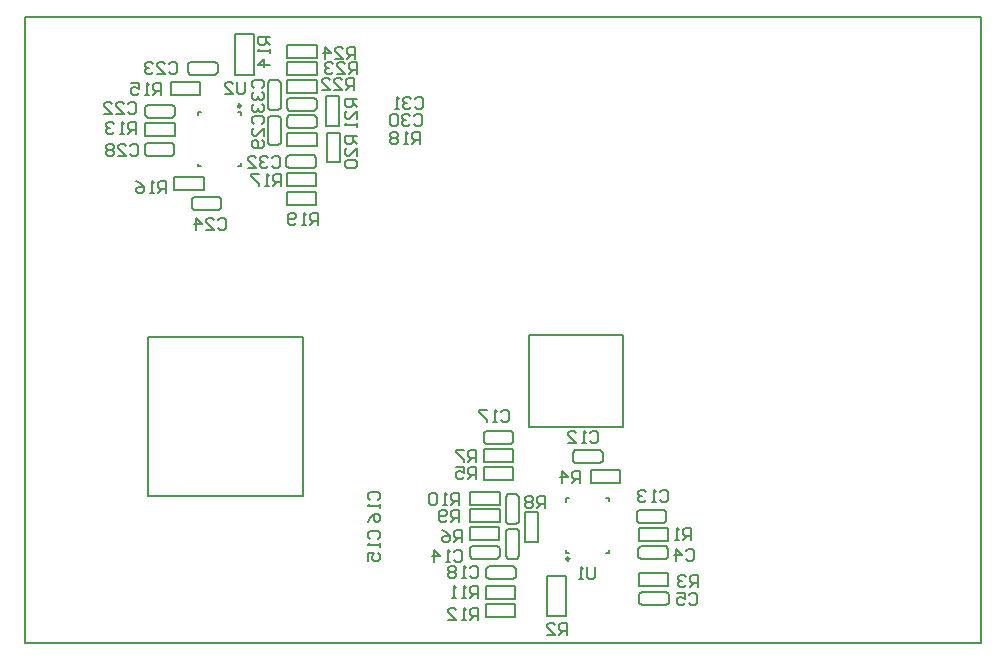
<source format=gbo>
%FSLAX25Y25*%
%MOIN*%
G70*
G01*
G75*
G04 Layer_Color=32896*
%ADD10R,0.14410X0.09843*%
%ADD11R,0.14410X0.07874*%
%ADD12R,0.01969X0.06299*%
%ADD13R,0.03543X0.02126*%
%ADD14R,0.48504X0.15354*%
%ADD15R,0.09843X0.14410*%
%ADD16R,0.07874X0.14410*%
%ADD17R,0.06299X0.01969*%
%ADD18R,0.02126X0.03543*%
%ADD19R,0.10630X0.03937*%
%ADD20R,0.25590X0.07559*%
%ADD21C,0.00800*%
%ADD22R,0.49400X0.08100*%
%ADD23R,0.04800X0.94500*%
%ADD24R,0.18800X0.03900*%
%ADD25R,0.17900X0.04600*%
%ADD26R,0.19200X0.04500*%
%ADD27R,0.85300X0.11600*%
%ADD28R,0.04315X0.07664*%
%ADD29R,0.44671X0.11272*%
%ADD30R,0.44400X0.11000*%
%ADD31R,0.06900X0.15000*%
%ADD32R,0.06300X0.16900*%
%ADD33C,0.00500*%
%ADD34O,0.11811X0.09843*%
%ADD35R,0.11811X0.09843*%
%ADD36C,0.02000*%
%ADD37C,0.05000*%
%ADD38C,0.04000*%
%ADD39C,0.03000*%
%ADD40R,0.07087X0.13386*%
%ADD41O,0.01181X0.02756*%
%ADD42O,0.02756X0.01181*%
%ADD43R,0.02756X0.03347*%
%ADD44R,0.05118X0.03937*%
%ADD45R,0.03347X0.02756*%
%ADD46R,0.04800X0.92500*%
%ADD47R,0.02200X0.25827*%
%ADD48R,0.02300X0.29000*%
%ADD49C,0.01000*%
%ADD50R,0.21413X0.56000*%
%ADD51R,0.15210X0.10642*%
%ADD52R,0.15210X0.08674*%
%ADD53R,0.02769X0.07099*%
%ADD54R,0.04343X0.02926*%
%ADD55R,0.49304X0.16154*%
%ADD56R,0.10642X0.15210*%
%ADD57R,0.08674X0.15210*%
%ADD58R,0.07099X0.02769*%
%ADD59R,0.02926X0.04343*%
%ADD60R,0.11430X0.04737*%
%ADD61R,0.26391X0.08359*%
%ADD62O,0.12611X0.10642*%
%ADD63R,0.12611X0.10642*%
%ADD64R,0.07887X0.14186*%
%ADD65O,0.01981X0.03556*%
%ADD66O,0.03556X0.01981*%
%ADD67R,0.03556X0.04147*%
%ADD68R,0.05918X0.04737*%
%ADD69R,0.04147X0.03556*%
%ADD70C,0.00984*%
D33*
X180539Y-110494D02*
Y-109439D01*
X181524D01*
X193728D02*
X194713D01*
Y-110394D02*
Y-109439D01*
Y-127549D02*
Y-126594D01*
X193728Y-127549D02*
X194713D01*
X180539D02*
X181524D01*
X180539D02*
Y-126594D01*
X188652Y-104259D02*
Y-99928D01*
X198495Y-104259D02*
Y-99928D01*
X188652Y-104259D02*
X198495D01*
X188652Y-99928D02*
X198495D01*
X191813Y-97759D02*
X192600Y-96972D01*
X191813Y-93428D02*
X192600Y-94216D01*
X182757D02*
X183545Y-93428D01*
X182757Y-96972D02*
X183545Y-97759D01*
X191813D01*
X182757Y-96972D02*
Y-94216D01*
X192600Y-96972D02*
Y-94216D01*
X183545Y-93428D02*
X191813D01*
X213113Y-117659D02*
X213900Y-116872D01*
X213113Y-113328D02*
X213900Y-114116D01*
X204058D02*
X204845Y-113328D01*
X204058Y-116872D02*
X204845Y-117659D01*
X213113D01*
X204058Y-116872D02*
Y-114116D01*
X213900Y-116872D02*
Y-114116D01*
X204845Y-113328D02*
X213113D01*
X204752Y-138759D02*
Y-134428D01*
X214595Y-138759D02*
Y-134428D01*
X204752Y-138759D02*
X214595D01*
X204752Y-134428D02*
X214595D01*
X180476Y-148624D02*
Y-135238D01*
X174176Y-148624D02*
Y-135238D01*
X180476Y-147639D02*
X180476D01*
X174176Y-135238D02*
X180476D01*
X174176Y-148624D02*
X180476D01*
X204614Y-123637D02*
Y-119306D01*
X214457Y-123637D02*
Y-119306D01*
X204614Y-123637D02*
X214457D01*
X204614Y-119306D02*
X214457D01*
X204852Y-141416D02*
X205639Y-140628D01*
X204852Y-144172D02*
X205639Y-144959D01*
X213907D02*
X214694Y-144172D01*
X213907Y-140628D02*
X214694Y-141416D01*
X205639Y-140628D02*
X213907D01*
X214694Y-144172D02*
Y-141416D01*
X204852Y-144172D02*
Y-141416D01*
X205639Y-144959D02*
X213907D01*
X204552Y-126216D02*
X205339Y-125428D01*
X204552Y-128972D02*
X205339Y-129759D01*
X213607D02*
X214394Y-128972D01*
X213607Y-125428D02*
X214394Y-126216D01*
X205339Y-125428D02*
X213607D01*
X214394Y-128972D02*
Y-126216D01*
X204552Y-128972D02*
Y-126216D01*
X205339Y-129759D02*
X213607D01*
X153052Y-103159D02*
Y-98828D01*
X162894Y-103159D02*
Y-98828D01*
X153052Y-103159D02*
X162894D01*
X153052Y-98828D02*
X162894D01*
X163500Y-149059D02*
Y-144728D01*
X153657Y-149059D02*
Y-144728D01*
X163500D01*
X153657Y-149059D02*
X163500D01*
Y-142859D02*
Y-138528D01*
X153657Y-142859D02*
Y-138528D01*
X163500D01*
X153657Y-142859D02*
X163500D01*
X158274Y-111465D02*
Y-107135D01*
X148432Y-111465D02*
Y-107135D01*
X158274D01*
X148432Y-111465D02*
X158274D01*
Y-117365D02*
Y-113035D01*
X148432Y-117365D02*
Y-113035D01*
X158274D01*
X148432Y-117365D02*
X158274D01*
X166861Y-123868D02*
X171191D01*
X166861Y-114025D02*
X171191D01*
Y-123868D02*
Y-114025D01*
X166861Y-123868D02*
Y-114025D01*
X153052Y-97159D02*
Y-92828D01*
X162894Y-97159D02*
Y-92828D01*
X153052Y-97159D02*
X162894D01*
X153052Y-92828D02*
X162894D01*
X148352Y-123359D02*
Y-119028D01*
X158194Y-123359D02*
Y-119028D01*
X148352Y-123359D02*
X158194D01*
X148352Y-119028D02*
X158194D01*
X162087Y-91265D02*
X162874Y-90478D01*
X162087Y-86935D02*
X162874Y-87722D01*
X153032D02*
X153819Y-86935D01*
X153032Y-90478D02*
X153819Y-91265D01*
X162087D01*
X153032Y-90478D02*
Y-87722D01*
X162874Y-90478D02*
Y-87722D01*
X153819Y-86935D02*
X162087D01*
X163904Y-108120D02*
X164691Y-108907D01*
X160361D02*
X161148Y-108120D01*
X160361Y-117175D02*
X161148Y-117962D01*
X163904D02*
X164691Y-117175D01*
Y-108907D01*
X161148Y-117962D02*
X163904D01*
X161148Y-108120D02*
X163904D01*
X160361Y-117175D02*
Y-108907D01*
X164004Y-119620D02*
X164791Y-120407D01*
X160461D02*
X161248Y-119620D01*
X160461Y-128675D02*
X161248Y-129462D01*
X164004D02*
X164791Y-128675D01*
Y-120407D01*
X161248Y-129462D02*
X164004D01*
X161248Y-119620D02*
X164004D01*
X160461Y-128675D02*
Y-120407D01*
X148426Y-126022D02*
X149213Y-125235D01*
X148426Y-128778D02*
X149213Y-129565D01*
X157481D02*
X158268Y-128778D01*
X157481Y-125235D02*
X158268Y-126022D01*
X149213Y-125235D02*
X157481D01*
X158268Y-128778D02*
Y-126022D01*
X148426Y-128778D02*
Y-126022D01*
X149213Y-129565D02*
X157481D01*
X153852Y-132916D02*
X154639Y-132128D01*
X153852Y-135672D02*
X154639Y-136459D01*
X162907D02*
X163695Y-135672D01*
X162907Y-132128D02*
X163695Y-132916D01*
X154639Y-132128D02*
X162907D01*
X163695Y-135672D02*
Y-132916D01*
X153852Y-135672D02*
Y-132916D01*
X154639Y-136459D02*
X162907D01*
X72013Y1245D02*
Y2300D01*
X71028Y1245D02*
X72013D01*
X57839D02*
X58824D01*
X57839D02*
Y2200D01*
Y18400D02*
Y19355D01*
X58824D01*
X71028D02*
X72013D01*
Y18400D02*
Y19355D01*
X87452Y37435D02*
Y41765D01*
X97294Y37435D02*
Y41765D01*
X87452Y37435D02*
X97294D01*
X87452Y41765D02*
X97294D01*
X87452Y31575D02*
Y35905D01*
X97294Y31575D02*
Y35905D01*
X87452Y31575D02*
X97294D01*
X87452Y35905D02*
X97294D01*
X87452Y25715D02*
Y30045D01*
X97294Y25715D02*
Y30045D01*
X87452Y25715D02*
X97294D01*
X87452Y30045D02*
X97294D01*
X100435Y14726D02*
X104765D01*
X100435Y24568D02*
X104765D01*
Y14726D02*
Y24568D01*
X100435Y14726D02*
Y24568D01*
X100635Y2626D02*
X104965D01*
X100635Y12468D02*
X104965D01*
Y2626D02*
Y12468D01*
X100635Y2626D02*
Y12468D01*
X97206Y-11665D02*
Y-7335D01*
X87363Y-11665D02*
Y-7335D01*
X97206D01*
X87363Y-11665D02*
X97206D01*
X87452Y8135D02*
Y12465D01*
X97294Y8135D02*
Y12465D01*
X87452Y8135D02*
X97294D01*
X87452Y12465D02*
X97294D01*
X97206Y-5365D02*
Y-1035D01*
X87363Y-5365D02*
Y-1035D01*
X97206D01*
X87363Y-5365D02*
X97206D01*
X59700Y-6765D02*
Y-2435D01*
X49858Y-6765D02*
Y-2435D01*
X59700D01*
X49858Y-6765D02*
X59700D01*
X58500Y24935D02*
Y29265D01*
X48658Y24935D02*
Y29265D01*
X58500D01*
X48658Y24935D02*
X58500D01*
X70076Y31844D02*
Y45230D01*
X76376Y31844D02*
Y45230D01*
X70076Y44246D02*
X70076D01*
X70076Y31844D02*
X76376D01*
X70076Y45230D02*
X76376D01*
X50000Y11235D02*
Y15565D01*
X40157Y11235D02*
Y15565D01*
X50000D01*
X40157Y11235D02*
X50000D01*
X84478Y29874D02*
X85265Y29087D01*
X80935D02*
X81722Y29874D01*
X80935Y20819D02*
X81722Y20031D01*
X84478D02*
X85265Y20819D01*
Y29087D01*
X81722Y20031D02*
X84478D01*
X81722Y29874D02*
X84478D01*
X80935Y20819D02*
Y29087D01*
X87257Y4178D02*
X88045Y4965D01*
X87257Y1422D02*
X88045Y635D01*
X96313D02*
X97100Y1422D01*
X96313Y4965D02*
X97100Y4178D01*
X88045Y4965D02*
X96313D01*
X97100Y1422D02*
Y4178D01*
X87257Y1422D02*
Y4178D01*
X88045Y635D02*
X96313D01*
X87452Y23398D02*
X88239Y24185D01*
X87452Y20642D02*
X88239Y19855D01*
X96507D02*
X97294Y20642D01*
X96507Y24185D02*
X97294Y23398D01*
X88239Y24185D02*
X96507D01*
X97294Y20642D02*
Y23398D01*
X87452Y20642D02*
Y23398D01*
X88239Y19855D02*
X96507D01*
Y13995D02*
X97294Y14782D01*
X96507Y18325D02*
X97294Y17538D01*
X87452D02*
X88239Y18325D01*
X87452Y14782D02*
X88239Y13995D01*
X96507D01*
X87452Y14782D02*
Y17538D01*
X97294Y14782D02*
Y17538D01*
X88239Y18325D02*
X96507D01*
X80935Y9113D02*
X81722Y8326D01*
X84478D02*
X85265Y9113D01*
X84478Y18169D02*
X85265Y17381D01*
X80935D02*
X81722Y18169D01*
X80935Y9113D02*
Y17381D01*
X81722Y18169D02*
X84478D01*
X81722Y8326D02*
X84478D01*
X85265Y9113D02*
Y17381D01*
X40052Y8278D02*
X40839Y9065D01*
X40052Y5522D02*
X40839Y4735D01*
X49107D02*
X49894Y5522D01*
X49107Y9065D02*
X49894Y8278D01*
X40839Y9065D02*
X49107D01*
X49894Y5522D02*
Y8278D01*
X40052Y5522D02*
Y8278D01*
X40839Y4735D02*
X49107D01*
X55752Y-9722D02*
X56539Y-8935D01*
X55752Y-12478D02*
X56539Y-13265D01*
X64807D02*
X65595Y-12478D01*
X64807Y-8935D02*
X65595Y-9722D01*
X56539Y-8935D02*
X64807D01*
X65595Y-12478D02*
Y-9722D01*
X55752Y-12478D02*
Y-9722D01*
X56539Y-13265D02*
X64807D01*
X54452Y35378D02*
X55239Y36165D01*
X54452Y32622D02*
X55239Y31835D01*
X63507D02*
X64294Y32622D01*
X63507Y36165D02*
X64294Y35378D01*
X55239Y36165D02*
X63507D01*
X64294Y32622D02*
Y35378D01*
X54452Y32622D02*
Y35378D01*
X55239Y31835D02*
X63507D01*
X49213Y17435D02*
X50000Y18222D01*
X49213Y21765D02*
X50000Y20978D01*
X40157D02*
X40945Y21765D01*
X40157Y18222D02*
X40945Y17435D01*
X49213D01*
X40157Y18222D02*
Y20978D01*
X50000Y18222D02*
Y20978D01*
X40945Y21765D02*
X49213D01*
X148434Y-132668D02*
X149101Y-132001D01*
X150434D01*
X151100Y-132668D01*
Y-135334D01*
X150434Y-136000D01*
X149101D01*
X148434Y-135334D01*
X147101Y-136000D02*
X145768D01*
X146435D01*
Y-132001D01*
X147101Y-132668D01*
X143769D02*
X143103Y-132001D01*
X141770D01*
X141103Y-132668D01*
Y-133334D01*
X141770Y-134001D01*
X141103Y-134667D01*
Y-135334D01*
X141770Y-136000D01*
X143103D01*
X143769Y-135334D01*
Y-134667D01*
X143103Y-134001D01*
X143769Y-133334D01*
Y-132668D01*
X143103Y-134001D02*
X141770D01*
X34434Y22032D02*
X35101Y22699D01*
X36434D01*
X37100Y22032D01*
Y19366D01*
X36434Y18700D01*
X35101D01*
X34434Y19366D01*
X30435Y18700D02*
X33101D01*
X30435Y21366D01*
Y22032D01*
X31102Y22699D01*
X32435D01*
X33101Y22032D01*
X26437Y18700D02*
X29103D01*
X26437Y21366D01*
Y22032D01*
X27103Y22699D01*
X28436D01*
X29103Y22032D01*
X48034Y35232D02*
X48701Y35899D01*
X50034D01*
X50700Y35232D01*
Y32566D01*
X50034Y31900D01*
X48701D01*
X48034Y32566D01*
X44036Y31900D02*
X46701D01*
X44036Y34566D01*
Y35232D01*
X44702Y35899D01*
X46035D01*
X46701Y35232D01*
X42703D02*
X42036Y35899D01*
X40703D01*
X40037Y35232D01*
Y34566D01*
X40703Y33899D01*
X41370D01*
X40703D01*
X40037Y33233D01*
Y32566D01*
X40703Y31900D01*
X42036D01*
X42703Y32566D01*
X220534Y-126868D02*
X221201Y-126201D01*
X222534D01*
X223200Y-126868D01*
Y-129534D01*
X222534Y-130200D01*
X221201D01*
X220534Y-129534D01*
X217202Y-130200D02*
Y-126201D01*
X219201Y-128201D01*
X216535D01*
X64355Y-16768D02*
X65021Y-16101D01*
X66354D01*
X67020Y-16768D01*
Y-19433D01*
X66354Y-20100D01*
X65021D01*
X64355Y-19433D01*
X60356Y-20100D02*
X63022D01*
X60356Y-17434D01*
Y-16768D01*
X61022Y-16101D01*
X62355D01*
X63022Y-16768D01*
X57024Y-20100D02*
Y-16101D01*
X59023Y-18101D01*
X56357D01*
X35034Y7932D02*
X35701Y8599D01*
X37034D01*
X37700Y7932D01*
Y5266D01*
X37034Y4600D01*
X35701D01*
X35034Y5266D01*
X31036Y4600D02*
X33701D01*
X31036Y7266D01*
Y7932D01*
X31702Y8599D01*
X33035D01*
X33701Y7932D01*
X29703D02*
X29036Y8599D01*
X27703D01*
X27037Y7932D01*
Y7266D01*
X27703Y6599D01*
X27037Y5933D01*
Y5266D01*
X27703Y4600D01*
X29036D01*
X29703Y5266D01*
Y5933D01*
X29036Y6599D01*
X29703Y7266D01*
Y7932D01*
X29036Y6599D02*
X27703D01*
X76345Y15501D02*
X75679Y16167D01*
Y17500D01*
X76345Y18167D01*
X79011D01*
X79677Y17500D01*
Y16167D01*
X79011Y15501D01*
X79677Y11502D02*
Y14168D01*
X77012Y11502D01*
X76345D01*
X75679Y12169D01*
Y13502D01*
X76345Y14168D01*
X79011Y10169D02*
X79677Y9503D01*
Y8170D01*
X79011Y7504D01*
X76345D01*
X75679Y8170D01*
Y9503D01*
X76345Y10169D01*
X77012D01*
X77678Y9503D01*
Y7504D01*
X129634Y18132D02*
X130301Y18799D01*
X131633D01*
X132300Y18132D01*
Y15466D01*
X131633Y14800D01*
X130301D01*
X129634Y15466D01*
X128301Y18132D02*
X127635Y18799D01*
X126302D01*
X125636Y18132D01*
Y17466D01*
X126302Y16799D01*
X126968D01*
X126302D01*
X125636Y16133D01*
Y15466D01*
X126302Y14800D01*
X127635D01*
X128301Y15466D01*
X124303Y18132D02*
X123636Y18799D01*
X122303D01*
X121637Y18132D01*
Y15466D01*
X122303Y14800D01*
X123636D01*
X124303Y15466D01*
Y18132D01*
X221334Y-141768D02*
X222001Y-141101D01*
X223334D01*
X224000Y-141768D01*
Y-144433D01*
X223334Y-145100D01*
X222001D01*
X221334Y-144433D01*
X217336Y-141101D02*
X220001D01*
Y-143101D01*
X218668Y-142434D01*
X218002D01*
X217336Y-143101D01*
Y-144433D01*
X218002Y-145100D01*
X219335D01*
X220001Y-144433D01*
X129934Y23832D02*
X130601Y24499D01*
X131933D01*
X132600Y23832D01*
Y21167D01*
X131933Y20500D01*
X130601D01*
X129934Y21167D01*
X128601Y23832D02*
X127935Y24499D01*
X126602D01*
X125935Y23832D01*
Y23166D01*
X126602Y22499D01*
X127268D01*
X126602D01*
X125935Y21833D01*
Y21167D01*
X126602Y20500D01*
X127935D01*
X128601Y21167D01*
X124603Y20500D02*
X123270D01*
X123936D01*
Y24499D01*
X124603Y23832D01*
X82534Y3932D02*
X83201Y4599D01*
X84534D01*
X85200Y3932D01*
Y1266D01*
X84534Y600D01*
X83201D01*
X82534Y1266D01*
X81201Y3932D02*
X80535Y4599D01*
X79202D01*
X78535Y3932D01*
Y3266D01*
X79202Y2599D01*
X79868D01*
X79202D01*
X78535Y1933D01*
Y1266D01*
X79202Y600D01*
X80535D01*
X81201Y1266D01*
X74537Y600D02*
X77203D01*
X74537Y3266D01*
Y3932D01*
X75203Y4599D01*
X76536D01*
X77203Y3932D01*
X76345Y27221D02*
X75679Y27887D01*
Y29220D01*
X76345Y29887D01*
X79011D01*
X79677Y29220D01*
Y27887D01*
X79011Y27221D01*
X76345Y25888D02*
X75679Y25222D01*
Y23889D01*
X76345Y23222D01*
X77012D01*
X77678Y23889D01*
Y24555D01*
Y23889D01*
X78344Y23222D01*
X79011D01*
X79677Y23889D01*
Y25222D01*
X79011Y25888D01*
X76345Y21889D02*
X75679Y21223D01*
Y19890D01*
X76345Y19224D01*
X77012D01*
X77678Y19890D01*
Y20557D01*
Y19890D01*
X78344Y19224D01*
X79011D01*
X79677Y19890D01*
Y21223D01*
X79011Y21889D01*
X188434Y-87668D02*
X189101Y-87001D01*
X190434D01*
X191100Y-87668D01*
Y-90334D01*
X190434Y-91000D01*
X189101D01*
X188434Y-90334D01*
X187101Y-91000D02*
X185768D01*
X186435D01*
Y-87001D01*
X187101Y-87668D01*
X181103Y-91000D02*
X183769D01*
X181103Y-88334D01*
Y-87668D01*
X181770Y-87001D01*
X183103D01*
X183769Y-87668D01*
X211634Y-107168D02*
X212301Y-106501D01*
X213634D01*
X214300Y-107168D01*
Y-109834D01*
X213634Y-110500D01*
X212301D01*
X211634Y-109834D01*
X210301Y-110500D02*
X208968D01*
X209635D01*
Y-106501D01*
X210301Y-107168D01*
X206969D02*
X206303Y-106501D01*
X204970D01*
X204303Y-107168D01*
Y-107834D01*
X204970Y-108501D01*
X205636D01*
X204970D01*
X204303Y-109167D01*
Y-109834D01*
X204970Y-110500D01*
X206303D01*
X206969Y-109834D01*
X143034Y-127268D02*
X143701Y-126601D01*
X145034D01*
X145700Y-127268D01*
Y-129934D01*
X145034Y-130600D01*
X143701D01*
X143034Y-129934D01*
X141701Y-130600D02*
X140368D01*
X141035D01*
Y-126601D01*
X141701Y-127268D01*
X136370Y-130600D02*
Y-126601D01*
X138369Y-128601D01*
X135703D01*
X114968Y-123066D02*
X114301Y-122399D01*
Y-121066D01*
X114968Y-120400D01*
X117633D01*
X118300Y-121066D01*
Y-122399D01*
X117633Y-123066D01*
X118300Y-124399D02*
Y-125732D01*
Y-125065D01*
X114301D01*
X114968Y-124399D01*
X114301Y-130397D02*
Y-127731D01*
X116301D01*
X115634Y-129064D01*
Y-129730D01*
X116301Y-130397D01*
X117633D01*
X118300Y-129730D01*
Y-128397D01*
X117633Y-127731D01*
X114968Y-110066D02*
X114301Y-109399D01*
Y-108066D01*
X114968Y-107400D01*
X117633D01*
X118300Y-108066D01*
Y-109399D01*
X117633Y-110066D01*
X118300Y-111399D02*
Y-112732D01*
Y-112065D01*
X114301D01*
X114968Y-111399D01*
X114301Y-117397D02*
X114968Y-116064D01*
X116301Y-114731D01*
X117633D01*
X118300Y-115397D01*
Y-116730D01*
X117633Y-117397D01*
X116967D01*
X116301Y-116730D01*
Y-114731D01*
X158734Y-80768D02*
X159401Y-80101D01*
X160733D01*
X161400Y-80768D01*
Y-83434D01*
X160733Y-84100D01*
X159401D01*
X158734Y-83434D01*
X157401Y-84100D02*
X156068D01*
X156735D01*
Y-80101D01*
X157401Y-80768D01*
X154069Y-80101D02*
X151403D01*
Y-80768D01*
X154069Y-83434D01*
Y-84100D01*
X37100Y11900D02*
Y15899D01*
X35101D01*
X34434Y15232D01*
Y13899D01*
X35101Y13233D01*
X37100D01*
X35767D02*
X34434Y11900D01*
X33101D02*
X31768D01*
X32435D01*
Y15899D01*
X33101Y15232D01*
X29769D02*
X29103Y15899D01*
X27770D01*
X27103Y15232D01*
Y14566D01*
X27770Y13899D01*
X28436D01*
X27770D01*
X27103Y13233D01*
Y12566D01*
X27770Y11900D01*
X29103D01*
X29769Y12566D01*
X81900Y44300D02*
X77901D01*
Y42301D01*
X78568Y41634D01*
X79901D01*
X80567Y42301D01*
Y44300D01*
Y42967D02*
X81900Y41634D01*
Y40301D02*
Y38968D01*
Y39635D01*
X77901D01*
X78568Y40301D01*
X81900Y34970D02*
X77901D01*
X79901Y36969D01*
Y34303D01*
X45300Y25100D02*
Y29099D01*
X43301D01*
X42634Y28432D01*
Y27099D01*
X43301Y26433D01*
X45300D01*
X43967D02*
X42634Y25100D01*
X41301D02*
X39968D01*
X40635D01*
Y29099D01*
X41301Y28432D01*
X35303Y29099D02*
X37969D01*
Y27099D01*
X36636Y27766D01*
X35970D01*
X35303Y27099D01*
Y25766D01*
X35970Y25100D01*
X37303D01*
X37969Y25766D01*
X47063Y-7553D02*
Y-3554D01*
X45063D01*
X44397Y-4221D01*
Y-5553D01*
X45063Y-6220D01*
X47063D01*
X45730D02*
X44397Y-7553D01*
X43064D02*
X41731D01*
X42398D01*
Y-3554D01*
X43064Y-4221D01*
X37066Y-3554D02*
X38399Y-4221D01*
X39732Y-5553D01*
Y-6886D01*
X39065Y-7553D01*
X37732D01*
X37066Y-6886D01*
Y-6220D01*
X37732Y-5553D01*
X39732D01*
X85500Y-5200D02*
Y-1201D01*
X83501D01*
X82834Y-1868D01*
Y-3201D01*
X83501Y-3867D01*
X85500D01*
X84167D02*
X82834Y-5200D01*
X81501D02*
X80168D01*
X80835D01*
Y-1201D01*
X81501Y-1868D01*
X78169Y-1201D02*
X75503D01*
Y-1868D01*
X78169Y-4534D01*
Y-5200D01*
X131800Y8800D02*
Y12799D01*
X129801D01*
X129134Y12132D01*
Y10799D01*
X129801Y10133D01*
X131800D01*
X130467D02*
X129134Y8800D01*
X127801D02*
X126468D01*
X127135D01*
Y12799D01*
X127801Y12132D01*
X124469D02*
X123803Y12799D01*
X122470D01*
X121803Y12132D01*
Y11466D01*
X122470Y10799D01*
X121803Y10133D01*
Y9466D01*
X122470Y8800D01*
X123803D01*
X124469Y9466D01*
Y10133D01*
X123803Y10799D01*
X124469Y11466D01*
Y12132D01*
X123803Y10799D02*
X122470D01*
X97900Y-18300D02*
Y-14301D01*
X95901D01*
X95234Y-14968D01*
Y-16301D01*
X95901Y-16967D01*
X97900D01*
X96567D02*
X95234Y-18300D01*
X93901D02*
X92568D01*
X93235D01*
Y-14301D01*
X93901Y-14968D01*
X90569Y-17634D02*
X89903Y-18300D01*
X88570D01*
X87903Y-17634D01*
Y-14968D01*
X88570Y-14301D01*
X89903D01*
X90569Y-14968D01*
Y-15634D01*
X89903Y-16301D01*
X87903D01*
X110600Y11400D02*
X106601D01*
Y9401D01*
X107268Y8734D01*
X108601D01*
X109267Y9401D01*
Y11400D01*
Y10067D02*
X110600Y8734D01*
Y4735D02*
Y7401D01*
X107934Y4735D01*
X107268D01*
X106601Y5402D01*
Y6735D01*
X107268Y7401D01*
Y3403D02*
X106601Y2736D01*
Y1403D01*
X107268Y737D01*
X109933D01*
X110600Y1403D01*
Y2736D01*
X109933Y3403D01*
X107268D01*
X110722Y23817D02*
X106724D01*
Y21818D01*
X107390Y21151D01*
X108723D01*
X109389Y21818D01*
Y23817D01*
Y22484D02*
X110722Y21151D01*
Y17153D02*
Y19818D01*
X108057Y17153D01*
X107390D01*
X106724Y17819D01*
Y19152D01*
X107390Y19818D01*
X110722Y15820D02*
Y14487D01*
Y15153D01*
X106724D01*
X107390Y15820D01*
X109900Y26600D02*
Y30599D01*
X107901D01*
X107234Y29932D01*
Y28599D01*
X107901Y27933D01*
X109900D01*
X108567D02*
X107234Y26600D01*
X103235D02*
X105901D01*
X103235Y29266D01*
Y29932D01*
X103902Y30599D01*
X105235D01*
X105901Y29932D01*
X99237Y26600D02*
X101903D01*
X99237Y29266D01*
Y29932D01*
X99903Y30599D01*
X101236D01*
X101903Y29932D01*
X110700Y32100D02*
Y36099D01*
X108701D01*
X108034Y35432D01*
Y34099D01*
X108701Y33433D01*
X110700D01*
X109367D02*
X108034Y32100D01*
X104035D02*
X106701D01*
X104035Y34766D01*
Y35432D01*
X104702Y36099D01*
X106035D01*
X106701Y35432D01*
X102703D02*
X102036Y36099D01*
X100703D01*
X100037Y35432D01*
Y34766D01*
X100703Y34099D01*
X101370D01*
X100703D01*
X100037Y33433D01*
Y32766D01*
X100703Y32100D01*
X102036D01*
X102703Y32766D01*
X110100Y36900D02*
Y40899D01*
X108101D01*
X107434Y40232D01*
Y38899D01*
X108101Y38233D01*
X110100D01*
X108767D02*
X107434Y36900D01*
X103436D02*
X106101D01*
X103436Y39566D01*
Y40232D01*
X104102Y40899D01*
X105435D01*
X106101Y40232D01*
X100103Y36900D02*
Y40899D01*
X102103Y38899D01*
X99437D01*
X222200Y-123400D02*
Y-119401D01*
X220201D01*
X219534Y-120068D01*
Y-121401D01*
X220201Y-122067D01*
X222200D01*
X220867D02*
X219534Y-123400D01*
X218201D02*
X216868D01*
X217535D01*
Y-119401D01*
X218201Y-120068D01*
X180700Y-154900D02*
Y-150901D01*
X178701D01*
X178034Y-151568D01*
Y-152901D01*
X178701Y-153567D01*
X180700D01*
X179367D02*
X178034Y-154900D01*
X174036D02*
X176701D01*
X174036Y-152234D01*
Y-151568D01*
X174702Y-150901D01*
X176035D01*
X176701Y-151568D01*
X224300Y-138800D02*
Y-134801D01*
X222301D01*
X221634Y-135468D01*
Y-136801D01*
X222301Y-137467D01*
X224300D01*
X222967D02*
X221634Y-138800D01*
X220301Y-135468D02*
X219635Y-134801D01*
X218302D01*
X217635Y-135468D01*
Y-136134D01*
X218302Y-136801D01*
X218968D01*
X218302D01*
X217635Y-137467D01*
Y-138134D01*
X218302Y-138800D01*
X219635D01*
X220301Y-138134D01*
X185100Y-104300D02*
Y-100301D01*
X183101D01*
X182434Y-100968D01*
Y-102301D01*
X183101Y-102967D01*
X185100D01*
X183767D02*
X182434Y-104300D01*
X179102D02*
Y-100301D01*
X181101Y-102301D01*
X178436D01*
X145600Y-124100D02*
Y-120101D01*
X143601D01*
X142934Y-120768D01*
Y-122101D01*
X143601Y-122767D01*
X145600D01*
X144267D02*
X142934Y-124100D01*
X138935Y-120101D02*
X140268Y-120768D01*
X141601Y-122101D01*
Y-123433D01*
X140935Y-124100D01*
X139602D01*
X138935Y-123433D01*
Y-122767D01*
X139602Y-122101D01*
X141601D01*
X150400Y-97200D02*
Y-93201D01*
X148401D01*
X147734Y-93868D01*
Y-95201D01*
X148401Y-95867D01*
X150400D01*
X149067D02*
X147734Y-97200D01*
X146401Y-93201D02*
X143736D01*
Y-93868D01*
X146401Y-96534D01*
Y-97200D01*
X173500Y-112700D02*
Y-108701D01*
X171501D01*
X170834Y-109368D01*
Y-110701D01*
X171501Y-111367D01*
X173500D01*
X172167D02*
X170834Y-112700D01*
X169501Y-109368D02*
X168835Y-108701D01*
X167502D01*
X166835Y-109368D01*
Y-110034D01*
X167502Y-110701D01*
X166835Y-111367D01*
Y-112033D01*
X167502Y-112700D01*
X168835D01*
X169501Y-112033D01*
Y-111367D01*
X168835Y-110701D01*
X169501Y-110034D01*
Y-109368D01*
X168835Y-110701D02*
X167502D01*
X144900Y-117400D02*
Y-113401D01*
X142901D01*
X142234Y-114068D01*
Y-115401D01*
X142901Y-116067D01*
X144900D01*
X143567D02*
X142234Y-117400D01*
X140901Y-116734D02*
X140235Y-117400D01*
X138902D01*
X138235Y-116734D01*
Y-114068D01*
X138902Y-113401D01*
X140235D01*
X140901Y-114068D01*
Y-114734D01*
X140235Y-115401D01*
X138235D01*
X144700Y-111600D02*
Y-107601D01*
X142701D01*
X142034Y-108268D01*
Y-109601D01*
X142701Y-110267D01*
X144700D01*
X143367D02*
X142034Y-111600D01*
X140701D02*
X139368D01*
X140035D01*
Y-107601D01*
X140701Y-108268D01*
X137369D02*
X136703Y-107601D01*
X135370D01*
X134703Y-108268D01*
Y-110933D01*
X135370Y-111600D01*
X136703D01*
X137369Y-110933D01*
Y-108268D01*
X151000Y-142700D02*
Y-138701D01*
X149001D01*
X148334Y-139368D01*
Y-140701D01*
X149001Y-141367D01*
X151000D01*
X149667D02*
X148334Y-142700D01*
X147001D02*
X145668D01*
X146335D01*
Y-138701D01*
X147001Y-139368D01*
X143669Y-142700D02*
X142336D01*
X143003D01*
Y-138701D01*
X143669Y-139368D01*
X151000Y-149800D02*
Y-145801D01*
X149001D01*
X148334Y-146468D01*
Y-147801D01*
X149001Y-148467D01*
X151000D01*
X149667D02*
X148334Y-149800D01*
X147001D02*
X145668D01*
X146335D01*
Y-145801D01*
X147001Y-146468D01*
X141003Y-149800D02*
X143669D01*
X141003Y-147134D01*
Y-146468D01*
X141670Y-145801D01*
X143003D01*
X143669Y-146468D01*
X150400Y-103100D02*
Y-99101D01*
X148401D01*
X147734Y-99768D01*
Y-101101D01*
X148401Y-101767D01*
X150400D01*
X149067D02*
X147734Y-103100D01*
X143736Y-99101D02*
X146401D01*
Y-101101D01*
X145068Y-100434D01*
X144402D01*
X143736Y-101101D01*
Y-102434D01*
X144402Y-103100D01*
X145735D01*
X146401Y-102434D01*
X73376Y29349D02*
Y26016D01*
X72710Y25350D01*
X71377D01*
X70710Y26016D01*
Y29349D01*
X66711Y25350D02*
X69377D01*
X66711Y28016D01*
Y28682D01*
X67378Y29349D01*
X68711D01*
X69377Y28682D01*
X190200Y-132401D02*
Y-135733D01*
X189533Y-136400D01*
X188201D01*
X187534Y-135733D01*
Y-132401D01*
X186201Y-136400D02*
X184868D01*
X185535D01*
Y-132401D01*
X186201Y-133068D01*
X0Y51200D02*
X318898D01*
Y-157480D02*
Y51200D01*
X0Y-157480D02*
X318898D01*
X0D02*
Y51200D01*
X41100Y-55700D02*
X92600D01*
X41100Y-108600D02*
Y-55700D01*
Y-108600D02*
X92600D01*
Y-55700D01*
X168000Y-85500D02*
X199300D01*
X168000Y-55000D02*
X199300D01*
Y-85500D02*
Y-55000D01*
X168000Y-85500D02*
Y-55000D01*
D70*
X181526Y-129594D02*
G03*
X181526Y-129594I-492J0D01*
G01*
X72010Y21400D02*
G03*
X72010Y21400I-492J0D01*
G01*
M02*

</source>
